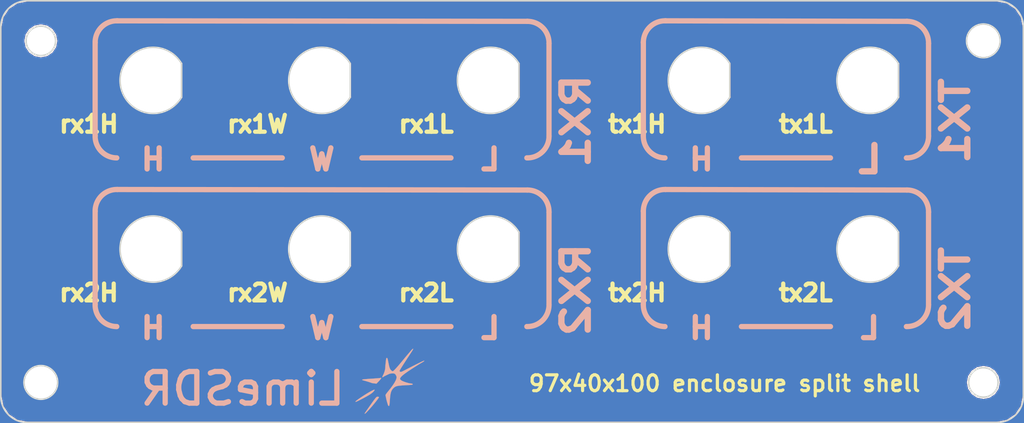
<source format=kicad_pcb>
(kicad_pcb (version 4) (host pcbnew no-bzr-kicad_new3d-viewer)
  (layers (0 F.Cu signal hide) (31 B.Cu signal hide) (34 B.Paste user) (35 F.Paste user) (36 B.SilkS user) (37 F.SilkS user) (38 B.Mask user) (39 F.Mask user) (44 Edge.Cuts user))
  (net 0 "")
  (module Ohisja:SMA_front_panel_12.5_antenna (layer B.Cu) (at 47.906034 60.84489 180)
    (fp_text reference REF**)
    (fp_text value 2)
    (fp_arc (start 0 0) (end -2.7 1.6) (angle -299.0257237) (layer Edge.Cuts) (width 0.15))
    (fp_line (start -2.7 1.6) (end -2.7 -1.6) (layer Edge.Cuts) (width 0.15))
  )
  (module Ohisja:SMA_front_panel_12.5_antenna (layer B.Cu) (at 63.906034 60.84489 180)
    (fp_text reference REF**)
    (fp_text value 2)
    (fp_arc (start 0 0) (end -2.7 1.6) (angle -299.0257237) (layer Edge.Cuts) (width 0.15))
    (fp_line (start -2.7 1.6) (end -2.7 -1.6) (layer Edge.Cuts) (width 0.15))
  )
  (module Ohisja:SMA_front_panel_12.5_antenna (layer B.Cu) (at 79.906034 60.84489 180)
    (fp_text reference REF**)
    (fp_text value 2)
    (fp_arc (start 0 0) (end -2.7 1.6) (angle -299.0257237) (layer Edge.Cuts) (width 0.15))
    (fp_line (start -2.7 1.6) (end -2.7 -1.6) (layer Edge.Cuts) (width 0.15))
  )
  (module Ohisja:SMA_front_panel_12.5_antenna (layer B.Cu) (at 99.906034 60.84489 180)
    (fp_text reference REF**)
    (fp_text value 2)
    (fp_arc (start 0 0) (end -2.7 1.6) (angle -299.0257237) (layer Edge.Cuts) (width 0.15))
    (fp_line (start -2.7 1.6) (end -2.7 -1.6) (layer Edge.Cuts) (width 0.15))
  )
  (module Ohisja:SMA_front_panel_12.5_antenna (layer B.Cu) (at 115.906034 60.84489 180)
    (fp_text reference REF**)
    (fp_text value 2)
    (fp_arc (start 0 0) (end -2.7 1.6) (angle -299.0257237) (layer Edge.Cuts) (width 0.15))
    (fp_line (start -2.7 1.6) (end -2.7 -1.6) (layer Edge.Cuts) (width 0.15))
  )
  (module Ohisja:SMA_front_panel_12.5_antenna (layer B.Cu) (at 47.906034 44.84489 180)
    (fp_text reference REF**)
    (fp_text value 2)
    (fp_arc (start 0 0) (end -2.7 1.6) (angle -299.0257237) (layer Edge.Cuts) (width 0.15))
    (fp_line (start -2.7 1.6) (end -2.7 -1.6) (layer Edge.Cuts) (width 0.15))
  )
  (module Ohisja:SMA_front_panel_12.5_antenna (layer B.Cu) (at 63.906034 44.84489 180)
    (fp_text reference REF**)
    (fp_text value 2)
    (fp_arc (start 0 0) (end -2.7 1.6) (angle -299.0257237) (layer Edge.Cuts) (width 0.15))
    (fp_line (start -2.7 1.6) (end -2.7 -1.6) (layer Edge.Cuts) (width 0.15))
  )
  (module Ohisja:SMA_front_panel_12.5_antenna (layer B.Cu) (at 79.906034 44.84489 180)
    (fp_text reference REF**)
    (fp_text value 2)
    (fp_arc (start 0 0) (end -2.7 1.6) (angle -299.0257237) (layer Edge.Cuts) (width 0.15))
    (fp_line (start -2.7 1.6) (end -2.7 -1.6) (layer Edge.Cuts) (width 0.15))
  )
  (module Ohisja:SMA_front_panel_12.5_antenna (layer B.Cu) (at 99.906034 44.84489 180)
    (fp_text reference REF**)
    (fp_text value 2)
    (fp_arc (start 0 0) (end -2.7 1.6) (angle -299.0257237) (layer Edge.Cuts) (width 0.15))
    (fp_line (start -2.7 1.6) (end -2.7 -1.6) (layer Edge.Cuts) (width 0.15))
  )
  (module Ohisja:SMA_front_panel_12.5_antenna (layer B.Cu) (at 115.906034 44.84489 180)
    (fp_text reference REF**)
    (fp_text value 2)
    (fp_arc (start 0 0) (end -2.7 1.6) (angle -299.0257237) (layer Edge.Cuts) (width 0.15))
    (fp_line (start -2.7 1.6) (end -2.7 -1.6) (layer Edge.Cuts) (width 0.15))
  )
  (module Ohisja:Lime_logo (layer B.Cu) (at 70.106034 73.34489 180)
    (fp_text reference G*** hide)
    (fp_text value LOGO hide)
    (fp_poly (pts (xy 0.945957 -1.508197) (xy 0.982519 -1.519661) (xy 1.023131 -1.546913) (xy 1.073568 -1.596618) (xy 1.139601 -1.675441) (xy 1.227003 -1.790047) (xy 1.341546 -1.947101) (xy 1.489005 -2.153268) (xy 1.583381 -2.286) (xy 1.731494 -2.495399) (xy 1.864803 -2.685609) (xy 1.977766 -2.848585) (xy 2.064847 -2.976282) (xy 2.120505 -3.060655) (xy 2.13923 -3.093357) (xy 2.123027 -3.121022) (xy 2.067141 -3.090645) (xy 1.97079 -3.001686) (xy 1.901192 -2.928592) (xy 1.726978 -2.739481) (xy 1.587731 -2.585778) (xy 1.468508 -2.450207) (xy 1.354369 -2.315488) (xy 1.230375 -2.164344) (xy 1.095232 -1.996531) (xy 0.978321 -1.847263) (xy 0.881011 -1.716509) (xy 0.81103 -1.615175) (xy 0.776107 -1.554169) (xy 0.773823 -1.542959) (xy 0.814691 -1.517775) (xy 0.897791 -1.505979) (xy 0.907674 -1.505857) (xy 0.945957 -1.508197)) (layer B.SilkS) (width 0.01))
    (fp_poly (pts (xy -2.414828 3.029694) (xy -2.342616 2.962919) (xy -2.234055 2.842521) (xy -2.173854 2.771859) (xy -2.070789 2.649805) (xy -1.982798 2.546189) (xy -1.922028 2.475287) (xy -1.90366 2.454359) (xy -1.869525 2.414224) (xy -1.797317 2.327588) (xy -1.694991 2.204054) (xy -1.570505 2.053228) (xy -1.433575 1.886857) (xy -1.277906 1.699781) (xy -1.119419 1.513377) (xy -0.970984 1.3425) (xy -0.84547 1.202006) (xy -0.773486 1.124857) (xy -0.665038 1.013779) (xy -0.592913 0.947379) (xy -0.543215 0.917947) (xy -0.502046 0.917775) (xy -0.45551 0.939153) (xy -0.447103 0.9438) (xy -0.349671 1.021291) (xy -0.272321 1.13977) (xy -0.209494 1.310244) (xy -0.162927 1.506382) (xy -0.115809 1.740134) (xy -0.079962 1.912144) (xy -0.052598 2.031868) (xy -0.030931 2.108762) (xy -0.012172 2.15228) (xy 0.006466 2.171877) (xy 0.027769 2.17701) (xy 0.034807 2.177143) (xy 0.063057 2.165044) (xy 0.08558 2.121138) (xy 0.105379 2.034012) (xy 0.125457 1.892254) (xy 0.137869 1.7854) (xy 0.156189 1.607522) (xy 0.170769 1.441043) (xy 0.179748 1.308659) (xy 0.181706 1.250185) (xy 0.199496 1.091541) (xy 0.246577 0.899854) (xy 0.314279 0.703938) (xy 0.393934 0.532602) (xy 0.401806 0.518655) (xy 0.45112 0.414665) (xy 0.461278 0.349628) (xy 0.433943 0.331943) (xy 0.372151 0.368844) (xy 0.333678 0.396945) (xy 0.27366 0.432034) (xy 0.181743 0.479373) (xy 0.047576 0.544224) (xy -0.139195 0.631847) (xy -0.21062 0.665026) (xy -0.294235 0.687455) (xy -0.416548 0.702362) (xy -0.494912 0.705689) (xy -0.618109 0.701922) (xy -0.696294 0.681518) (xy -0.756654 0.635181) (xy -0.781604 0.607642) (xy -0.848617 0.502326) (xy -0.890078 0.38799) (xy -0.890345 0.386593) (xy -0.883766 0.248693) (xy -0.821226 0.066959) (xy -0.703534 -0.157241) (xy -0.5315 -0.422536) (xy -0.305936 -0.727557) (xy -0.02915 -1.06915) (xy 0.082211 -1.210981) (xy 0.147021 -1.315051) (xy 0.161882 -1.37586) (xy 0.161288 -1.377578) (xy 0.14236 -1.444658) (xy 0.118945 -1.552414) (xy 0.107255 -1.614715) (xy 0.089001 -1.71008) (xy 0.066478 -1.808588) (xy 0.035228 -1.927273) (xy -0.009203 -2.083167) (xy -0.062993 -2.265493) (xy -0.104558 -2.35475) (xy -0.153671 -2.388687) (xy -0.198983 -2.35952) (xy -0.199319 -2.358981) (xy -0.210401 -2.310042) (xy -0.224021 -2.202855) (xy -0.238689 -2.051632) (xy -0.252917 -1.870584) (xy -0.257459 -1.803708) (xy -0.282169 -1.505292) (xy -0.314947 -1.267958) (xy -0.358815 -1.08039) (xy -0.416794 -0.931275) (xy -0.491906 -0.809297) (xy -0.53787 -0.753798) (xy -0.619676 -0.668307) (xy -0.699684 -0.600572) (xy -0.787921 -0.547969) (xy -0.894414 -0.507875) (xy -1.02919 -0.477666) (xy -1.202276 -0.454718) (xy -1.423699 -0.436408) (xy -1.703485 -0.420113) (xy -1.839104 -0.413322) (xy -2.027446 -0.40248) (xy -2.191216 -0.389929) (xy -2.316043 -0.377003) (xy -2.387555 -0.365039) (xy -2.397109 -0.361465) (xy -2.424567 -0.319532) (xy -2.395238 -0.279033) (xy -2.323533 -0.255459) (xy -2.29714 -0.254) (xy -2.165688 -0.240636) (xy -1.998118 -0.204727) (xy -1.813423 -0.152545) (xy -1.630597 -0.090363) (xy -1.468633 -0.024454) (xy -1.346523 0.038909) (xy -1.296931 0.076344) (xy -1.232899 0.146602) (xy -1.215235 0.197974) (xy -1.236583 0.260366) (xy -1.246736 0.280381) (xy -1.324132 0.384987) (xy -1.46274 0.516838) (xy -1.663931 0.677094) (xy -1.929078 0.866912) (xy -1.995773 0.912512) (xy -2.168564 1.02791) (xy -2.369716 1.159226) (xy -2.583912 1.296757) (xy -2.795836 1.430801) (xy -2.990172 1.551653) (xy -3.151603 1.649612) (xy -3.246045 1.704571) (xy -3.382733 1.783554) (xy -3.466204 1.838605) (xy -3.508011 1.878526) (xy -3.519708 1.912116) (xy -3.519714 1.913012) (xy -3.490275 1.911419) (xy -3.401533 1.877177) (xy -3.252857 1.809975) (xy -3.043614 1.709506) (xy -2.773171 1.575461) (xy -2.440896 1.407529) (xy -2.046155 1.205403) (xy -1.621289 0.985874) (xy -1.461716 0.906595) (xy -1.352424 0.861668) (xy -1.28201 0.847218) (xy -1.242448 0.857067) (xy -1.186812 0.905402) (xy -1.171858 0.929427) (xy -1.176523 0.954066) (xy -1.200469 1.005533) (xy -1.246109 1.087684) (xy -1.315859 1.204374) (xy -1.412134 1.359457) (xy -1.537347 1.55679) (xy -1.693915 1.800228) (xy -1.884252 2.093625) (xy -2.110772 2.440836) (xy -2.291775 2.717385) (xy -2.370438 2.840779) (xy -2.430895 2.941953) (xy -2.463939 3.005219) (xy -2.467429 3.016742) (xy -2.454996 3.046437) (xy -2.414828 3.029694)) (layer B.SilkS) (width 0.01))
    (fp_poly (pts (xy 1.250785 -0.843459) (xy 1.358718 -0.887585) (xy 1.523376 -0.971395) (xy 1.551346 -0.98643) (xy 1.719914 -1.081331) (xy 1.908867 -1.194076) (xy 2.108649 -1.31826) (xy 2.309702 -1.44748) (xy 2.502469 -1.575331) (xy 2.677394 -1.695409) (xy 2.824919 -1.801308) (xy 2.935487 -1.886624) (xy 2.999542 -1.944952) (xy 3.011714 -1.965088) (xy 3.00172 -1.986665) (xy 2.966309 -1.987645) (xy 2.897338 -1.964911) (xy 2.786665 -1.915348) (xy 2.626148 -1.835838) (xy 2.485571 -1.763697) (xy 2.163983 -1.594702) (xy 1.901631 -1.450453) (xy 1.691407 -1.326297) (xy 1.526198 -1.217579) (xy 1.398894 -1.119644) (xy 1.302384 -1.027836) (xy 1.234777 -0.944921) (xy 1.192069 -0.872554) (xy 1.19632 -0.838591) (xy 1.250785 -0.843459)) (layer B.SilkS) (width 0.01))
    (fp_poly (pts (xy 0.640127 0.276382) (xy 0.712546 0.265702) (xy 0.841529 0.252481) (xy 1.011176 0.238132) (xy 1.205588 0.22407) (xy 1.288143 0.218753) (xy 1.61825 0.197392) (xy 1.881246 0.178267) (xy 2.082535 0.160816) (xy 2.227524 0.144481) (xy 2.321618 0.128699) (xy 2.370223 0.112909) (xy 2.378722 0.105609) (xy 2.362294 0.076998) (xy 2.296555 0.051996) (xy 2.186683 0.024462) (xy 2.0438 -0.015261) (xy 1.887226 -0.06131) (xy 1.736277 -0.107827) (xy 1.610272 -0.14895) (xy 1.528528 -0.178819) (xy 1.51445 -0.185265) (xy 1.44477 -0.207142) (xy 1.330855 -0.228844) (xy 1.231409 -0.241824) (xy 1.012347 -0.26472) (xy 0.818377 -0.064457) (xy 0.717921 0.043983) (xy 0.633926 0.143156) (xy 0.583106 0.213221) (xy 0.580402 0.21803) (xy 0.555092 0.274533) (xy 0.5756 0.288591) (xy 0.640127 0.276382)) (layer B.SilkS) (width 0.01))
  )
  (gr_text "97x40x100 enclosure split shell" (at 102.106034 73.59489) (layer F.SilkS) (effects (font (size 1.5 1.5) (thickness 0.3))))
  (gr_text TX1 (at 124.006034 48.69489 90) (layer B.SilkS) (effects (font (size 2.5 3) (thickness 0.6)) (justify mirror)))
  (gr_text RX1 (at 88.006034 48.69489 90) (layer B.SilkS) (effects (font (size 2.5 3) (thickness 0.6)) (justify mirror)))
  (gr_text TX2 (at 124.006034 64.69489 90) (layer B.SilkS) (effects (font (size 2.5 3) (thickness 0.6)) (justify mirror)))
  (gr_text RX2 (at 88.006034 64.69489 90) (layer B.SilkS) (effects (font (size 2.5 3) (thickness 0.6)) (justify mirror)))
  (gr_line (start 85.456034 66.09489) (end 85.456034 57.34489) (layer B.SilkS) (width 0.5))
  (gr_line (start 85.456034 50.09489) (end 85.456034 41.34489) (layer B.SilkS) (width 0.5))
  (gr_arc (start 83.406034 50.14428) (end 83.356034 52.19428) (angle -91.39718103) (layer B.SilkS) (width 0.5))
  (gr_arc (start 83.406034 41.29489) (end 85.456034 41.34489) (angle -91.39718103) (layer B.SilkS) (width 0.5))
  (gr_arc (start 83.406034 66.14428) (end 83.356034 68.19428) (angle -91.39718103) (layer B.SilkS) (width 0.5))
  (gr_arc (start 83.406034 57.29489) (end 85.456034 57.34489) (angle -91.39718103) (layer B.SilkS) (width 0.5))
  (gr_arc (start 96.456034 66.14428) (end 94.406034 66.09428) (angle -91.39718103) (layer B.SilkS) (width 0.5))
  (gr_line (start 94.406034 66.09489) (end 94.406034 57.24489) (layer B.SilkS) (width 0.5))
  (gr_arc (start 96.456034 57.24489) (end 96.506034 55.19489) (angle -91.39718103) (layer B.SilkS) (width 0.5))
  (gr_line (start 119.406034 55.24489) (end 96.506034 55.19489) (layer B.SilkS) (width 0.5))
  (gr_arc (start 119.406034 57.29489) (end 121.456034 57.34489) (angle -91.39718103) (layer B.SilkS) (width 0.5))
  (gr_line (start 121.456034 66.09489) (end 121.456034 57.34489) (layer B.SilkS) (width 0.5))
  (gr_arc (start 119.406034 66.14428) (end 119.356034 68.19428) (angle -91.39718103) (layer B.SilkS) (width 0.5))
  (gr_line (start 112.156034 68.19489) (end 103.706034 68.19489) (layer B.SilkS) (width 0.5))
  (gr_arc (start 96.456034 41.24489) (end 96.506034 39.19489) (angle -91.39718103) (layer B.SilkS) (width 0.5))
  (gr_line (start 94.406034 50.09489) (end 94.406034 41.24489) (layer B.SilkS) (width 0.5))
  (gr_arc (start 96.456034 50.14428) (end 94.406034 50.09428) (angle -91.39718103) (layer B.SilkS) (width 0.5))
  (gr_line (start 112.156034 52.19489) (end 103.706034 52.19489) (layer B.SilkS) (width 0.5))
  (gr_line (start 119.406034 39.24489) (end 96.506034 39.19489) (layer B.SilkS) (width 0.5))
  (gr_arc (start 119.406034 41.29489) (end 121.456034 41.34489) (angle -91.39718103) (layer B.SilkS) (width 0.5))
  (gr_line (start 121.456034 50.09489) (end 121.456034 41.34489) (layer B.SilkS) (width 0.5))
  (gr_arc (start 119.406034 50.14428) (end 119.356034 52.19428) (angle -91.39718103) (layer B.SilkS) (width 0.5))
  (gr_line (start 76.156034 68.19489) (end 67.706034 68.19489) (layer B.SilkS) (width 0.5))
  (gr_line (start 60.156034 68.19489) (end 51.706034 68.19489) (layer B.SilkS) (width 0.5))
  (gr_line (start 42.406034 66.09489) (end 42.406034 57.24489) (layer B.SilkS) (width 0.5))
  (gr_arc (start 44.456034 66.14428) (end 42.406034 66.09428) (angle -91.39718103) (layer B.SilkS) (width 0.5))
  (gr_arc (start 44.456034 57.24489) (end 44.506034 55.19489) (angle -91.39718103) (layer B.SilkS) (width 0.5))
  (gr_line (start 83.406034 55.24489) (end 44.506034 55.19489) (layer B.SilkS) (width 0.5))
  (gr_arc (start 44.456034 50.14428) (end 42.406034 50.09428) (angle -91.39718103) (layer B.SilkS) (width 0.5))
  (gr_arc (start 44.456034 41.24489) (end 44.506034 39.19489) (angle -91.39718103) (layer B.SilkS) (width 0.5))
  (gr_line (start 42.406034 50.09489) (end 42.406034 41.24489) (layer B.SilkS) (width 0.5))
  (gr_line (start 60.156034 52.19489) (end 51.706034 52.19489) (layer B.SilkS) (width 0.5))
  (gr_line (start 76.156034 52.19489) (end 67.706034 52.19489) (layer B.SilkS) (width 0.5))
  (gr_line (start 83.406034 39.24489) (end 44.506034 39.19489) (layer B.SilkS) (width 0.5))
  (gr_text tx2L (at 109.806034 64.99489) (layer F.SilkS) (effects (font (size 1.6 1.6) (thickness 0.4))))
  (gr_text tx2H (at 93.806034 64.99489) (layer F.SilkS) (effects (font (size 1.6 1.6) (thickness 0.4))))
  (gr_text rx2L (at 73.806034 64.99489) (layer F.SilkS) (effects (font (size 1.6 1.6) (thickness 0.4))))
  (gr_text rx2W (at 57.806034 64.99489) (layer F.SilkS) (effects (font (size 1.6 1.6) (thickness 0.4))))
  (gr_text rx2H (at 41.806034 64.99489) (layer F.SilkS) (effects (font (size 1.6 1.6) (thickness 0.4))))
  (gr_text rx1H (at 41.806034 48.99489) (layer F.SilkS) (effects (font (size 1.6 1.6) (thickness 0.4))))
  (gr_text rx1W (at 57.806034 48.99489) (layer F.SilkS) (effects (font (size 1.6 1.6) (thickness 0.4))))
  (gr_text rx1L (at 73.806034 48.99489) (layer F.SilkS) (effects (font (size 1.6 1.6) (thickness 0.4))))
  (gr_text tx1H (at 93.806034 48.99489) (layer F.SilkS) (effects (font (size 1.6 1.6) (thickness 0.4))))
  (gr_text tx1L (at 109.806034 48.99489) (layer F.SilkS) (effects (font (size 1.6 1.6) (thickness 0.4))))
  (gr_text L (at 115.906034 68.34489) (layer B.SilkS) (effects (font (size 2 2) (thickness 0.5)) (justify mirror)))
  (gr_text H (at 99.906034 68.34489) (layer B.SilkS) (effects (font (size 2 2) (thickness 0.5)) (justify mirror)))
  (gr_text L (at 115.906034 52.34489) (layer B.SilkS) (effects (font (size 2.5 2.5) (thickness 0.6)) (justify mirror)))
  (gr_text H (at 99.906034 52.34489) (layer B.SilkS) (effects (font (size 2 2) (thickness 0.5)) (justify mirror)))
  (gr_text H (at 47.906034 68.34489) (layer B.SilkS) (effects (font (size 2 2) (thickness 0.5)) (justify mirror)))
  (gr_text W (at 63.906034 68.34489) (layer B.SilkS) (effects (font (size 2 2) (thickness 0.5)) (justify mirror)))
  (gr_text L (at 79.906034 68.34489) (layer B.SilkS) (effects (font (size 2 2) (thickness 0.5)) (justify mirror)))
  (gr_text H (at 47.906034 52.34489) (layer B.SilkS) (effects (font (size 2 2) (thickness 0.5)) (justify mirror)))
  (gr_text W (at 63.906034 52.34489) (layer B.SilkS) (effects (font (size 2 2) (thickness 0.5)) (justify mirror)))
  (gr_text L (at 79.906034 52.34489) (layer B.SilkS) (effects (font (size 2 2) (thickness 0.5)) (justify mirror)))
  (gr_text LimeSDR (at 56.406034 74.09489) (layer B.SilkS) (effects (font (size 3 3) (thickness 0.5)) (justify mirror)))
  (gr_circle (center 37.256034 73.49489) (end 35.656034 73.49489) (layer Edge.Cuts) (width 0.15))
  (gr_arc (start 35.956034 74.79489) (end 33.456034 74.79489) (angle -90) (layer Edge.Cuts) (width 0.15))
  (gr_circle (center 126.656034 73.49489) (end 126.656034 74.89489) (layer Edge.Cuts) (width 0.15))
  (gr_arc (start 127.956034 74.79489) (end 127.956034 77.29489) (angle -90) (layer Edge.Cuts) (width 0.15))
  (gr_circle (center 126.656034 41.09489) (end 128.256034 41.09489) (layer Edge.Cuts) (width 0.15))
  (gr_arc (start 127.956034 39.79489) (end 130.456034 39.79489) (angle -90) (layer Edge.Cuts) (width 0.15))
  (gr_arc (start 35.956034 39.79489) (end 35.956034 37.29489) (angle -90) (layer Edge.Cuts) (width 0.15))
  (gr_circle (center 37.256034 41.09489) (end 37.256034 39.69489) (layer Edge.Cuts) (width 0.15))
  (gr_line (start 33.456034 39.79489) (end 33.456034 74.79489) (layer Edge.Cuts) (width 0.15))
  (gr_line (start 130.456034 74.79489) (end 130.456034 39.79489) (layer Edge.Cuts) (width 0.15))
  (gr_line (start 127.956034 77.29489) (end 35.956034 77.29489) (layer Edge.Cuts) (width 0.15))
  (gr_line (start 127.956034 37.29489) (end 35.956034 37.29489) (layer Edge.Cuts) (width 0.15))
  (zone (net 0) (net_name "") (layer B.Cu) (connect_pads yes (clearance 0)) (min_thickness 0.1) (fill yes (mode segment) (arc_segments 16) (thermal_gap 0.508) (thermal_bridge_width 0.508))
    (polygon (pts (xy 130.706034 37.04489) (xy 33.206034 37.04489) (xy 33.206034 77.54489) (xy 130.706034 77.54489)))
  )
  (zone (net 0) (net_name "") (layer F.Cu) (connect_pads (clearance 0)) (min_thickness 0.1) (fill yes (arc_segments 16) (thermal_gap 0.508) (thermal_bridge_width 0.508))
    (polygon (pts (xy 130.706034 77.54489) (xy 33.206034 77.54489) (xy 33.206034 37.04489) (xy 130.706034 37.04489)))
  )
  (zone (net 0) (net_name "") (layer B.Cu) (connect_pads (clearance 0)) (min_thickness 0.254)
    (keepout (tracks allowed) (vias allowed) (copperpour not_allowed))
    (fill (arc_segments 16) (thermal_gap 0.508) (thermal_bridge_width 0.508))
    (polygon (pts (xy 82.606034 43.29489) (xy 82.606034 46.44489) (xy 82.156034 47.04489) (xy 81.556034 47.54489) (xy 80.706034 47.89489) (xy 79.656034 47.99489) (xy 78.706034 47.79489) (xy 77.856034 47.24489) (xy 77.306034 46.64489) (xy 76.906034 45.84489) (xy 76.756034 44.94489) (xy 76.856034 43.94489) (xy 77.356034 42.99489) (xy 78.206034 42.19489) (xy 79.356034 41.74489) (xy 80.556034 41.74489) (xy 81.506034 42.09489) (xy 82.206034 42.74489)))
  )
  (zone (net 0) (net_name "") (layer B.Cu) (connect_pads (clearance 0)) (min_thickness 0.254)
    (keepout (tracks allowed) (vias allowed) (copperpour not_allowed))
    (fill (arc_segments 16) (thermal_gap 0.508) (thermal_bridge_width 0.508))
    (polygon (pts (xy 66.606034 43.29489) (xy 66.606034 46.44489) (xy 66.156034 47.04489) (xy 65.556034 47.54489) (xy 64.706034 47.89489) (xy 63.656034 47.99489) (xy 62.706034 47.79489) (xy 61.856034 47.24489) (xy 61.306034 46.64489) (xy 60.906034 45.84489) (xy 60.756034 44.94489) (xy 60.856034 43.94489) (xy 61.356034 42.99489) (xy 62.206034 42.19489) (xy 63.356034 41.74489) (xy 64.556034 41.74489) (xy 65.506034 42.09489) (xy 66.206034 42.74489)))
  )
  (zone (net 0) (net_name "") (layer B.Cu) (connect_pads (clearance 0)) (min_thickness 0.254)
    (keepout (tracks allowed) (vias allowed) (copperpour not_allowed))
    (fill (arc_segments 16) (thermal_gap 0.508) (thermal_bridge_width 0.508))
    (polygon (pts (xy 50.606034 43.29489) (xy 50.606034 46.44489) (xy 50.156034 47.04489) (xy 49.556034 47.54489) (xy 48.706034 47.89489) (xy 47.656034 47.99489) (xy 46.706034 47.79489) (xy 45.856034 47.24489) (xy 45.306034 46.64489) (xy 44.906034 45.84489) (xy 44.756034 44.94489) (xy 44.856034 43.94489) (xy 45.356034 42.99489) (xy 46.206034 42.19489) (xy 47.356034 41.74489) (xy 48.556034 41.74489) (xy 49.506034 42.09489) (xy 50.206034 42.74489)))
  )
  (zone (net 0) (net_name "") (layer B.Cu) (connect_pads (clearance 0)) (min_thickness 0.254)
    (keepout (tracks allowed) (vias allowed) (copperpour not_allowed))
    (fill (arc_segments 16) (thermal_gap 0.508) (thermal_bridge_width 0.508))
    (polygon (pts (xy 82.606034 59.29489) (xy 82.606034 62.44489) (xy 82.156034 63.04489) (xy 81.556034 63.54489) (xy 80.706034 63.89489) (xy 79.656034 63.99489) (xy 78.706034 63.79489) (xy 77.856034 63.24489) (xy 77.306034 62.64489) (xy 76.906034 61.84489) (xy 76.756034 60.94489) (xy 76.856034 59.94489) (xy 77.356034 58.99489) (xy 78.206034 58.19489) (xy 79.356034 57.74489) (xy 80.556034 57.74489) (xy 81.506034 58.09489) (xy 82.206034 58.74489)))
  )
  (zone (net 0) (net_name "") (layer B.Cu) (connect_pads (clearance 0)) (min_thickness 0.254)
    (keepout (tracks allowed) (vias allowed) (copperpour not_allowed))
    (fill (arc_segments 16) (thermal_gap 0.508) (thermal_bridge_width 0.508))
    (polygon (pts (xy 66.606034 59.29489) (xy 66.606034 62.44489) (xy 66.156034 63.04489) (xy 65.556034 63.54489) (xy 64.706034 63.89489) (xy 63.656034 63.99489) (xy 62.706034 63.79489) (xy 61.856034 63.24489) (xy 61.306034 62.64489) (xy 60.906034 61.84489) (xy 60.756034 60.94489) (xy 60.856034 59.94489) (xy 61.356034 58.99489) (xy 62.206034 58.19489) (xy 63.356034 57.74489) (xy 64.556034 57.74489) (xy 65.506034 58.09489) (xy 66.206034 58.74489)))
  )
  (zone (net 0) (net_name "") (layer B.Cu) (connect_pads (clearance 0)) (min_thickness 0.254)
    (keepout (tracks allowed) (vias allowed) (copperpour not_allowed))
    (fill (arc_segments 16) (thermal_gap 0.508) (thermal_bridge_width 0.508))
    (polygon (pts (xy 50.606034 59.29489) (xy 50.606034 62.44489) (xy 50.156034 63.04489) (xy 49.556034 63.54489) (xy 48.706034 63.89489) (xy 47.656034 63.99489) (xy 46.706034 63.79489) (xy 45.856034 63.24489) (xy 45.306034 62.64489) (xy 44.906034 61.84489) (xy 44.756034 60.94489) (xy 44.856034 59.94489) (xy 45.356034 58.99489) (xy 46.206034 58.19489) (xy 47.356034 57.74489) (xy 48.556034 57.74489) (xy 49.506034 58.09489) (xy 50.206034 58.74489)))
  )
  (zone (net 0) (net_name "") (layer B.Cu) (connect_pads (clearance 0)) (min_thickness 0.254)
    (keepout (tracks allowed) (vias allowed) (copperpour not_allowed))
    (fill (arc_segments 16) (thermal_gap 0.508) (thermal_bridge_width 0.508))
    (polygon (pts (xy 102.606034 43.29489) (xy 102.606034 46.44489) (xy 102.156034 47.04489) (xy 101.556034 47.54489) (xy 100.706034 47.89489) (xy 99.656034 47.99489) (xy 98.706034 47.79489) (xy 97.856034 47.24489) (xy 97.306034 46.64489) (xy 96.906034 45.84489) (xy 96.756034 44.94489) (xy 96.856034 43.94489) (xy 97.356034 42.99489) (xy 98.206034 42.19489) (xy 99.356034 41.74489) (xy 100.556034 41.74489) (xy 101.506034 42.09489) (xy 102.206034 42.74489)))
  )
  (zone (net 0) (net_name "") (layer B.Cu) (connect_pads (clearance 0)) (min_thickness 0.254)
    (keepout (tracks allowed) (vias allowed) (copperpour not_allowed))
    (fill (arc_segments 16) (thermal_gap 0.508) (thermal_bridge_width 0.508))
    (polygon (pts (xy 118.606034 43.29489) (xy 118.606034 46.44489) (xy 118.156034 47.04489) (xy 117.556034 47.54489) (xy 116.706034 47.89489) (xy 115.656034 47.99489) (xy 114.706034 47.79489) (xy 113.856034 47.24489) (xy 113.306034 46.64489) (xy 112.906034 45.84489) (xy 112.756034 44.94489) (xy 112.856034 43.94489) (xy 113.356034 42.99489) (xy 114.206034 42.19489) (xy 115.356034 41.74489) (xy 116.556034 41.74489) (xy 117.506034 42.09489) (xy 118.206034 42.74489)))
  )
  (zone (net 0) (net_name "") (layer B.Cu) (connect_pads (clearance 0)) (min_thickness 0.254)
    (keepout (tracks allowed) (vias allowed) (copperpour not_allowed))
    (fill (arc_segments 16) (thermal_gap 0.508) (thermal_bridge_width 0.508))
    (polygon (pts (xy 102.606034 59.29489) (xy 102.606034 62.44489) (xy 102.156034 63.04489) (xy 101.556034 63.54489) (xy 100.706034 63.89489) (xy 99.656034 63.99489) (xy 98.706034 63.79489) (xy 97.856034 63.24489) (xy 97.306034 62.64489) (xy 96.906034 61.84489) (xy 96.756034 60.94489) (xy 96.856034 59.94489) (xy 97.356034 58.99489) (xy 98.206034 58.19489) (xy 99.356034 57.74489) (xy 100.556034 57.74489) (xy 101.506034 58.09489) (xy 102.206034 58.74489)))
  )
  (zone (net 0) (net_name "") (layer B.Cu) (connect_pads (clearance 0)) (min_thickness 0.254)
    (keepout (tracks allowed) (vias allowed) (copperpour not_allowed))
    (fill (arc_segments 16) (thermal_gap 0.508) (thermal_bridge_width 0.508))
    (polygon (pts (xy 118.606034 59.29489) (xy 118.606034 62.44489) (xy 118.156034 63.04489) (xy 117.556034 63.54489) (xy 116.706034 63.89489) (xy 115.656034 63.99489) (xy 114.706034 63.79489) (xy 113.856034 63.24489) (xy 113.306034 62.64489) (xy 112.906034 61.84489) (xy 112.756034 60.94489) (xy 112.856034 59.94489) (xy 113.356034 58.99489) (xy 114.206034 58.19489) (xy 115.356034 57.74489) (xy 116.556034 57.74489) (xy 117.506034 58.09489) (xy 118.206034 58.74489)))
  )
  (zone (net 0) (net_name "") (layer F.Cu) (connect_pads (clearance 0)) (min_thickness 0.254)
    (keepout (tracks allowed) (vias allowed) (copperpour not_allowed))
    (fill (arc_segments 16) (thermal_gap 0.508) (thermal_bridge_width 0.508))
    (polygon (pts (xy 82.606034 43.29489) (xy 82.606034 46.44489) (xy 82.156034 47.04489) (xy 81.556034 47.54489) (xy 80.706034 47.89489) (xy 79.656034 47.99489) (xy 78.706034 47.79489) (xy 77.856034 47.24489) (xy 77.306034 46.64489) (xy 76.906034 45.84489) (xy 76.756034 44.94489) (xy 76.856034 43.94489) (xy 77.356034 42.99489) (xy 78.206034 42.19489) (xy 79.356034 41.74489) (xy 80.556034 41.74489) (xy 81.506034 42.09489) (xy 82.206034 42.74489)))
  )
  (zone (net 0) (net_name "") (layer F.Cu) (connect_pads (clearance 0)) (min_thickness 0.254)
    (keepout (tracks allowed) (vias allowed) (copperpour not_allowed))
    (fill (arc_segments 16) (thermal_gap 0.508) (thermal_bridge_width 0.508))
    (polygon (pts (xy 66.606034 43.29489) (xy 66.606034 46.44489) (xy 66.156034 47.04489) (xy 65.556034 47.54489) (xy 64.706034 47.89489) (xy 63.656034 47.99489) (xy 62.706034 47.79489) (xy 61.856034 47.24489) (xy 61.306034 46.64489) (xy 60.906034 45.84489) (xy 60.756034 44.94489) (xy 60.856034 43.94489) (xy 61.356034 42.99489) (xy 62.206034 42.19489) (xy 63.356034 41.74489) (xy 64.556034 41.74489) (xy 65.506034 42.09489) (xy 66.206034 42.74489)))
  )
  (zone (net 0) (net_name "") (layer F.Cu) (connect_pads (clearance 0)) (min_thickness 0.254)
    (keepout (tracks allowed) (vias allowed) (copperpour not_allowed))
    (fill (arc_segments 16) (thermal_gap 0.508) (thermal_bridge_width 0.508))
    (polygon (pts (xy 50.606034 43.29489) (xy 50.606034 46.44489) (xy 50.156034 47.04489) (xy 49.556034 47.54489) (xy 48.706034 47.89489) (xy 47.656034 47.99489) (xy 46.706034 47.79489) (xy 45.856034 47.24489) (xy 45.306034 46.64489) (xy 44.906034 45.84489) (xy 44.756034 44.94489) (xy 44.856034 43.94489) (xy 45.356034 42.99489) (xy 46.206034 42.19489) (xy 47.356034 41.74489) (xy 48.556034 41.74489) (xy 49.506034 42.09489) (xy 50.206034 42.74489)))
  )
  (zone (net 0) (net_name "") (layer F.Cu) (connect_pads (clearance 0)) (min_thickness 0.254)
    (keepout (tracks allowed) (vias allowed) (copperpour not_allowed))
    (fill (arc_segments 16) (thermal_gap 0.508) (thermal_bridge_width 0.508))
    (polygon (pts (xy 82.606034 59.29489) (xy 82.606034 62.44489) (xy 82.156034 63.04489) (xy 81.556034 63.54489) (xy 80.706034 63.89489) (xy 79.656034 63.99489) (xy 78.706034 63.79489) (xy 77.856034 63.24489) (xy 77.306034 62.64489) (xy 76.906034 61.84489) (xy 76.756034 60.94489) (xy 76.856034 59.94489) (xy 77.356034 58.99489) (xy 78.206034 58.19489) (xy 79.356034 57.74489) (xy 80.556034 57.74489) (xy 81.506034 58.09489) (xy 82.206034 58.74489)))
  )
  (zone (net 0) (net_name "") (layer F.Cu) (connect_pads (clearance 0)) (min_thickness 0.254)
    (keepout (tracks allowed) (vias allowed) (copperpour not_allowed))
    (fill (arc_segments 16) (thermal_gap 0.508) (thermal_bridge_width 0.508))
    (polygon (pts (xy 66.606034 59.29489) (xy 66.606034 62.44489) (xy 66.156034 63.04489) (xy 65.556034 63.54489) (xy 64.706034 63.89489) (xy 63.656034 63.99489) (xy 62.706034 63.79489) (xy 61.856034 63.24489) (xy 61.306034 62.64489) (xy 60.906034 61.84489) (xy 60.756034 60.94489) (xy 60.856034 59.94489) (xy 61.356034 58.99489) (xy 62.206034 58.19489) (xy 63.356034 57.74489) (xy 64.556034 57.74489) (xy 65.506034 58.09489) (xy 66.206034 58.74489)))
  )
  (zone (net 0) (net_name "") (layer F.Cu) (connect_pads (clearance 0)) (min_thickness 0.254)
    (keepout (tracks allowed) (vias allowed) (copperpour not_allowed))
    (fill (arc_segments 16) (thermal_gap 0.508) (thermal_bridge_width 0.508))
    (polygon (pts (xy 50.606034 59.29489) (xy 50.606034 62.44489) (xy 50.156034 63.04489) (xy 49.556034 63.54489) (xy 48.706034 63.89489) (xy 47.656034 63.99489) (xy 46.706034 63.79489) (xy 45.856034 63.24489) (xy 45.306034 62.64489) (xy 44.906034 61.84489) (xy 44.756034 60.94489) (xy 44.856034 59.94489) (xy 45.356034 58.99489) (xy 46.206034 58.19489) (xy 47.356034 57.74489) (xy 48.556034 57.74489) (xy 49.506034 58.09489) (xy 50.206034 58.74489)))
  )
  (zone (net 0) (net_name "") (layer F.Cu) (connect_pads (clearance 0)) (min_thickness 0.254)
    (keepout (tracks allowed) (vias allowed) (copperpour not_allowed))
    (fill (arc_segments 16) (thermal_gap 0.508) (thermal_bridge_width 0.508))
    (polygon (pts (xy 102.606034 43.29489) (xy 102.606034 46.44489) (xy 102.156034 47.04489) (xy 101.556034 47.54489) (xy 100.706034 47.89489) (xy 99.656034 47.99489) (xy 98.706034 47.79489) (xy 97.856034 47.24489) (xy 97.306034 46.64489) (xy 96.906034 45.84489) (xy 96.756034 44.94489) (xy 96.856034 43.94489) (xy 97.356034 42.99489) (xy 98.206034 42.19489) (xy 99.356034 41.74489) (xy 100.556034 41.74489) (xy 101.506034 42.09489) (xy 102.206034 42.74489)))
  )
  (zone (net 0) (net_name "") (layer F.Cu) (connect_pads (clearance 0)) (min_thickness 0.254)
    (keepout (tracks allowed) (vias allowed) (copperpour not_allowed))
    (fill (arc_segments 16) (thermal_gap 0.508) (thermal_bridge_width 0.508))
    (polygon (pts (xy 118.606034 43.29489) (xy 118.606034 46.44489) (xy 118.156034 47.04489) (xy 117.556034 47.54489) (xy 116.706034 47.89489) (xy 115.656034 47.99489) (xy 114.706034 47.79489) (xy 113.856034 47.24489) (xy 113.306034 46.64489) (xy 112.906034 45.84489) (xy 112.756034 44.94489) (xy 112.856034 43.94489) (xy 113.356034 42.99489) (xy 114.206034 42.19489) (xy 115.356034 41.74489) (xy 116.556034 41.74489) (xy 117.506034 42.09489) (xy 118.206034 42.74489)))
  )
  (zone (net 0) (net_name "") (layer F.Cu) (connect_pads (clearance 0)) (min_thickness 0.254)
    (keepout (tracks allowed) (vias allowed) (copperpour not_allowed))
    (fill (arc_segments 16) (thermal_gap 0.508) (thermal_bridge_width 0.508))
    (polygon (pts (xy 102.606034 59.29489) (xy 102.606034 62.44489) (xy 102.156034 63.04489) (xy 101.556034 63.54489) (xy 100.706034 63.89489) (xy 99.656034 63.99489) (xy 98.706034 63.79489) (xy 97.856034 63.24489) (xy 97.306034 62.64489) (xy 96.906034 61.84489) (xy 96.756034 60.94489) (xy 96.856034 59.94489) (xy 97.356034 58.99489) (xy 98.206034 58.19489) (xy 99.356034 57.74489) (xy 100.556034 57.74489) (xy 101.506034 58.09489) (xy 102.206034 58.74489)))
  )
  (zone (net 0) (net_name "") (layer F.Cu) (connect_pads (clearance 0)) (min_thickness 0.254)
    (keepout (tracks allowed) (vias allowed) (copperpour not_allowed))
    (fill (arc_segments 16) (thermal_gap 0.508) (thermal_bridge_width 0.508))
    (polygon (pts (xy 118.606034 59.29489) (xy 118.606034 62.44489) (xy 118.156034 63.04489) (xy 117.556034 63.54489) (xy 116.706034 63.89489) (xy 115.656034 63.99489) (xy 114.706034 63.79489) (xy 113.856034 63.24489) (xy 113.306034 62.64489) (xy 112.906034 61.84489) (xy 112.756034 60.94489) (xy 112.856034 59.94489) (xy 113.356034 58.99489) (xy 114.206034 58.19489) (xy 115.356034 57.74489) (xy 116.556034 57.74489) (xy 117.506034 58.09489) (xy 118.206034 58.74489)))
  )
  (zone (net 0) (net_name "") (layer B.Cu) (connect_pads (clearance 0)) (min_thickness 0.254)
    (keepout (tracks allowed) (vias allowed) (copperpour not_allowed))
    (fill (arc_segments 16) (thermal_gap 0.508) (thermal_bridge_width 0.508))
    (polygon (pts (xy 128.106034 41.04489) (xy 128.006034 41.59489) (xy 127.706034 42.04489) (xy 127.306034 42.39489) (xy 126.656034 42.54489) (xy 126.006034 42.39489) (xy 125.606034 42.14489) (xy 125.306034 41.59489) (xy 125.206034 41.04489) (xy 125.356034 40.49489) (xy 125.606034 40.04489) (xy 126.156034 39.74489) (xy 126.656034 39.64489) (xy 127.206034 39.74489) (xy 127.656034 40.04489) (xy 128.006034 40.49489)))
  )
  (zone (net 0) (net_name "") (layer B.Cu) (connect_pads (clearance 0)) (min_thickness 0.254)
    (keepout (tracks allowed) (vias allowed) (copperpour not_allowed))
    (fill (arc_segments 16) (thermal_gap 0.508) (thermal_bridge_width 0.508))
    (polygon (pts (xy 128.106034 73.44489) (xy 128.006034 73.99489) (xy 127.706034 74.44489) (xy 127.306034 74.79489) (xy 126.656034 74.94489) (xy 126.006034 74.79489) (xy 125.606034 74.54489) (xy 125.306034 73.99489) (xy 125.206034 73.44489) (xy 125.356034 72.89489) (xy 125.606034 72.44489) (xy 126.156034 72.14489) (xy 126.656034 72.04489) (xy 127.206034 72.14489) (xy 127.656034 72.44489) (xy 128.006034 72.89489)))
  )
  (zone (net 0) (net_name "") (layer B.Cu) (connect_pads (clearance 0)) (min_thickness 0.254)
    (keepout (tracks allowed) (vias allowed) (copperpour not_allowed))
    (fill (arc_segments 16) (thermal_gap 0.508) (thermal_bridge_width 0.508))
    (polygon (pts (xy 38.706034 73.44489) (xy 38.606034 73.99489) (xy 38.306034 74.44489) (xy 37.906034 74.79489) (xy 37.256034 74.94489) (xy 36.606034 74.79489) (xy 36.206034 74.54489) (xy 35.906034 73.99489) (xy 35.806034 73.44489) (xy 35.956034 72.89489) (xy 36.206034 72.44489) (xy 36.756034 72.14489) (xy 37.256034 72.04489) (xy 37.806034 72.14489) (xy 38.256034 72.44489) (xy 38.606034 72.89489)))
  )
  (zone (net 0) (net_name "") (layer B.Cu) (connect_pads (clearance 0)) (min_thickness 0.254)
    (keepout (tracks allowed) (vias allowed) (copperpour not_allowed))
    (fill (arc_segments 16) (thermal_gap 0.508) (thermal_bridge_width 0.508))
    (polygon (pts (xy 38.706034 41.04489) (xy 38.606034 41.59489) (xy 38.306034 42.04489) (xy 37.906034 42.39489) (xy 37.256034 42.54489) (xy 36.606034 42.39489) (xy 36.206034 42.14489) (xy 35.906034 41.59489) (xy 35.806034 41.04489) (xy 35.956034 40.49489) (xy 36.206034 40.04489) (xy 36.756034 39.74489) (xy 37.256034 39.64489) (xy 37.806034 39.74489) (xy 38.256034 40.04489) (xy 38.606034 40.49489)))
  )
  (zone (net 0) (net_name "") (layer F.Cu) (connect_pads (clearance 0)) (min_thickness 0.254)
    (keepout (tracks allowed) (vias allowed) (copperpour not_allowed))
    (fill (arc_segments 16) (thermal_gap 0.508) (thermal_bridge_width 0.508))
    (polygon (pts (xy 128.106034 41.04489) (xy 128.006034 41.59489) (xy 127.706034 42.04489) (xy 127.306034 42.39489) (xy 126.656034 42.54489) (xy 126.006034 42.39489) (xy 125.606034 42.14489) (xy 125.306034 41.59489) (xy 125.206034 41.04489) (xy 125.356034 40.49489) (xy 125.606034 40.04489) (xy 126.156034 39.74489) (xy 126.656034 39.64489) (xy 127.206034 39.74489) (xy 127.656034 40.04489) (xy 128.006034 40.49489)))
  )
  (zone (net 0) (net_name "") (layer F.Cu) (connect_pads (clearance 0)) (min_thickness 0.254)
    (keepout (tracks allowed) (vias allowed) (copperpour not_allowed))
    (fill (arc_segments 16) (thermal_gap 0.508) (thermal_bridge_width 0.508))
    (polygon (pts (xy 128.106034 73.44489) (xy 128.006034 73.99489) (xy 127.706034 74.44489) (xy 127.306034 74.79489) (xy 126.656034 74.94489) (xy 126.006034 74.79489) (xy 125.606034 74.54489) (xy 125.306034 73.99489) (xy 125.206034 73.44489) (xy 125.356034 72.89489) (xy 125.606034 72.44489) (xy 126.156034 72.14489) (xy 126.656034 72.04489) (xy 127.206034 72.14489) (xy 127.656034 72.44489) (xy 128.006034 72.89489)))
  )
  (zone (net 0) (net_name "") (layer F.Cu) (connect_pads (clearance 0)) (min_thickness 0.254)
    (keepout (tracks allowed) (vias allowed) (copperpour not_allowed))
    (fill (arc_segments 16) (thermal_gap 0.508) (thermal_bridge_width 0.508))
    (polygon (pts (xy 38.706034 73.44489) (xy 38.606034 73.99489) (xy 38.306034 74.44489) (xy 37.906034 74.79489) (xy 37.256034 74.94489) (xy 36.606034 74.79489) (xy 36.206034 74.54489) (xy 35.906034 73.99489) (xy 35.806034 73.44489) (xy 35.956034 72.89489) (xy 36.206034 72.44489) (xy 36.756034 72.14489) (xy 37.256034 72.04489) (xy 37.806034 72.14489) (xy 38.256034 72.44489) (xy 38.606034 72.89489)))
  )
  (zone (net 0) (net_name "") (layer F.Cu) (connect_pads (clearance 0)) (min_thickness 0.254)
    (keepout (tracks allowed) (vias allowed) (copperpour not_allowed))
    (fill (arc_segments 16) (thermal_gap 0.508) (thermal_bridge_width 0.508))
    (polygon (pts (xy 38.706034 41.04489) (xy 38.606034 41.59489) (xy 38.306034 42.04489) (xy 37.906034 42.39489) (xy 37.256034 42.54489) (xy 36.606034 42.39489) (xy 36.206034 42.14489) (xy 35.906034 41.59489) (xy 35.806034 41.04489) (xy 35.956034 40.49489) (xy 36.206034 40.04489) (xy 36.756034 39.74489) (xy 37.256034 39.64489) (xy 37.806034 39.74489) (xy 38.256034 40.04489) (xy 38.606034 40.49489)))
  )
)
</source>
